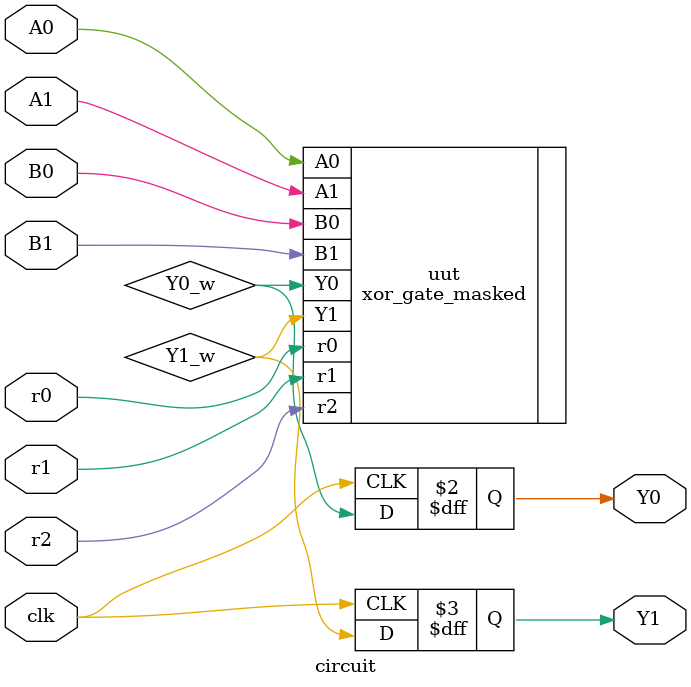
<source format=v>
module circuit (
    input  wire clk,

    input  wire A0,
    input  wire A1,
    input  wire B0,
    input  wire B1,

    input  wire r0,
    input  wire r1,
    input  wire r2,

    output reg  Y0,
    output reg  Y1
);

    wire Y0_w;
    wire Y1_w;

    xor_gate_masked uut (
        .A0(A0),
        .A1(A1),
        .B0(B0),
        .B1(B1),
        .r0(r0),
        .r1(r1),
        .r2(r2),
        .Y0(Y0_w),
        .Y1(Y1_w)
    );

    always @(posedge clk) begin
        Y0 <= Y0_w;
        Y1 <= Y1_w;
    end

endmodule

</source>
